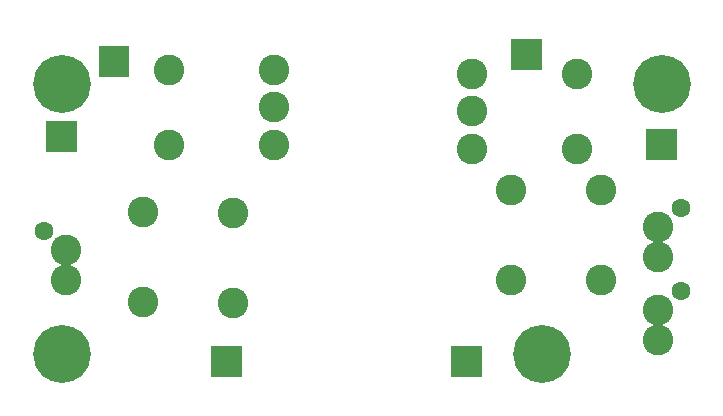
<source format=gbr>
%FSLAX34Y34*%
%MOMM*%
%LNSOLDERMASK_BOTTOM*%
G71*
G01*
%ADD10C,2.600*%
%ADD11C,2.600*%
%ADD12C,4.900*%
%ADD13C,1.600*%
%LPD*%
X120067Y160766D02*
G54D10*
D03*
X120017Y84516D02*
G54D10*
D03*
X120067Y160766D02*
G54D11*
D03*
X196258Y160692D02*
G54D10*
D03*
X120008Y160742D02*
G54D10*
D03*
X196258Y160692D02*
G54D11*
D03*
X196258Y160692D02*
G54D10*
D03*
X196208Y84442D02*
G54D10*
D03*
X196258Y160692D02*
G54D11*
D03*
X431217Y179816D02*
G54D10*
D03*
X431167Y103566D02*
G54D10*
D03*
X431217Y179816D02*
G54D11*
D03*
X507408Y179742D02*
G54D10*
D03*
X431158Y179792D02*
G54D10*
D03*
X507408Y179742D02*
G54D11*
D03*
X507408Y179742D02*
G54D10*
D03*
X507358Y103492D02*
G54D10*
D03*
X507408Y179742D02*
G54D11*
D03*
X54423Y129061D02*
G54D10*
D03*
X54423Y103661D02*
G54D10*
D03*
X556073Y148111D02*
G54D10*
D03*
X556073Y122711D02*
G54D10*
D03*
X556073Y78261D02*
G54D10*
D03*
X556073Y52861D02*
G54D10*
D03*
X141650Y281373D02*
G54D10*
D03*
X141650Y217873D02*
G54D10*
D03*
X230550Y281373D02*
G54D10*
D03*
X230550Y249623D02*
G54D10*
D03*
X230550Y217873D02*
G54D10*
D03*
X487090Y214580D02*
G54D10*
D03*
X487090Y278080D02*
G54D10*
D03*
X398190Y214580D02*
G54D10*
D03*
X398190Y246330D02*
G54D10*
D03*
X398190Y278080D02*
G54D10*
D03*
X50800Y269200D02*
G54D12*
D03*
X558800Y269200D02*
G54D12*
D03*
X50800Y40600D02*
G54D12*
D03*
X457200Y40600D02*
G54D12*
D03*
G36*
X37800Y237800D02*
X63800Y237800D01*
X63800Y211800D01*
X37800Y211800D01*
X37800Y237800D01*
G37*
G36*
X177500Y47300D02*
X203500Y47300D01*
X203500Y21300D01*
X177500Y21300D01*
X177500Y47300D01*
G37*
G36*
X380700Y47300D02*
X406700Y47300D01*
X406700Y21300D01*
X380700Y21300D01*
X380700Y47300D01*
G37*
G36*
X431500Y307650D02*
X457500Y307650D01*
X457500Y281650D01*
X431500Y281650D01*
X431500Y307650D01*
G37*
G36*
X82250Y301300D02*
X108250Y301300D01*
X108250Y275300D01*
X82250Y275300D01*
X82250Y301300D01*
G37*
G36*
X545800Y231450D02*
X571800Y231450D01*
X571800Y205450D01*
X545800Y205450D01*
X545800Y231450D01*
G37*
X35700Y145210D02*
G54D13*
D03*
X575450Y164260D02*
G54D13*
D03*
X575450Y94410D02*
G54D13*
D03*
M02*

</source>
